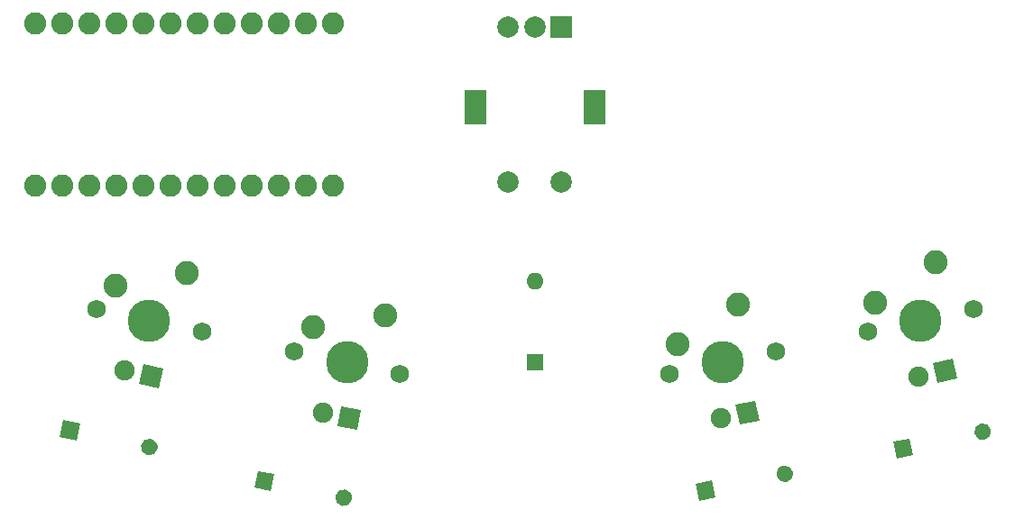
<source format=gbs>
G04 #@! TF.GenerationSoftware,KiCad,Pcbnew,(5.1.9)-1*
G04 #@! TF.CreationDate,2021-01-29T11:50:50-08:00*
G04 #@! TF.ProjectId,foursu-pcb,666f7572-7375-42d7-9063-622e6b696361,rev?*
G04 #@! TF.SameCoordinates,Original*
G04 #@! TF.FileFunction,Soldermask,Bot*
G04 #@! TF.FilePolarity,Negative*
%FSLAX46Y46*%
G04 Gerber Fmt 4.6, Leading zero omitted, Abs format (unit mm)*
G04 Created by KiCad (PCBNEW (5.1.9)-1) date 2021-01-29 11:50:50*
%MOMM*%
%LPD*%
G01*
G04 APERTURE LIST*
%ADD10R,2.000000X2.000000*%
%ADD11C,2.000000*%
%ADD12R,2.000000X3.200000*%
%ADD13C,1.750000*%
%ADD14C,0.100000*%
%ADD15C,1.905000*%
%ADD16C,2.250000*%
%ADD17C,3.987800*%
%ADD18O,1.600000X1.600000*%
%ADD19R,1.600000X1.600000*%
%ADD20C,2.082800*%
G04 APERTURE END LIST*
D10*
G04 #@! TO.C,SW1*
X94130000Y-130300000D03*
D11*
X91630000Y-130300000D03*
X89130000Y-130300000D03*
D12*
X97230000Y-137800000D03*
X86030000Y-137800000D03*
D11*
X94130000Y-144800000D03*
X89130000Y-144800000D03*
G04 #@! TD*
D13*
G04 #@! TO.C,MX4*
X132808990Y-156783809D03*
X122871010Y-158896191D03*
D14*
G36*
X129404789Y-163674663D02*
G01*
X129008718Y-161811292D01*
X130872089Y-161415221D01*
X131268160Y-163278592D01*
X129404789Y-163674663D01*
G37*
D15*
X127653944Y-163073038D03*
D16*
X123585162Y-156147649D03*
D17*
X127840000Y-157840000D03*
D16*
X129268304Y-152342914D03*
G04 #@! TD*
D13*
G04 #@! TO.C,MX3*
X114228990Y-160733809D03*
X104291010Y-162846191D03*
D14*
G36*
X110824789Y-167624663D02*
G01*
X110428718Y-165761292D01*
X112292089Y-165365221D01*
X112688160Y-167228592D01*
X110824789Y-167624663D01*
G37*
D15*
X109073944Y-167023038D03*
D16*
X105005162Y-160097649D03*
D17*
X109260000Y-161790000D03*
D16*
X110688304Y-156292914D03*
G04 #@! TD*
D13*
G04 #@! TO.C,MX2*
X78988990Y-162816191D03*
X69051010Y-160703809D03*
D14*
G36*
X73076335Y-167726688D02*
G01*
X73472406Y-165863317D01*
X75335777Y-166259388D01*
X74939706Y-168122759D01*
X73076335Y-167726688D01*
G37*
D15*
X71721561Y-166464942D03*
D16*
X70821353Y-158483362D03*
D17*
X74020000Y-161760000D03*
D16*
X77560686Y-157319106D03*
G04 #@! TD*
D13*
G04 #@! TO.C,MX1*
X60418990Y-158886191D03*
X50481010Y-156773809D03*
D14*
G36*
X54506335Y-163796688D02*
G01*
X54902406Y-161933317D01*
X56765777Y-162329388D01*
X56369706Y-164192759D01*
X54506335Y-163796688D01*
G37*
D15*
X53151561Y-162534942D03*
D16*
X52251353Y-154553362D03*
D17*
X55450000Y-157830000D03*
D16*
X58990686Y-153389106D03*
G04 #@! TD*
D18*
G04 #@! TO.C,D5*
X91643750Y-154173750D03*
D19*
X91643750Y-161793750D03*
G04 #@! TD*
G04 #@! TO.C,D4*
G36*
G01*
X132877217Y-168444542D02*
X132877217Y-168444542D01*
G75*
G02*
X133493406Y-167495695I782518J166329D01*
G01*
X133493406Y-167495695D01*
G75*
G02*
X134442253Y-168111884I166329J-782518D01*
G01*
X134442253Y-168111884D01*
G75*
G02*
X133826064Y-169060731I-782518J-166329D01*
G01*
X133826064Y-169060731D01*
G75*
G02*
X132877217Y-168444542I-166329J782518D01*
G01*
G37*
D14*
G36*
X125590061Y-170811347D02*
G01*
X125257403Y-169246311D01*
X126822439Y-168913653D01*
X127155097Y-170478689D01*
X125590061Y-170811347D01*
G37*
G04 #@! TD*
G04 #@! TO.C,D3*
G36*
G01*
X114311232Y-172410079D02*
X114311232Y-172410079D01*
G75*
G02*
X114927421Y-171461232I782518J166329D01*
G01*
X114927421Y-171461232D01*
G75*
G02*
X115876268Y-172077421I166329J-782518D01*
G01*
X115876268Y-172077421D01*
G75*
G02*
X115260079Y-173026268I-782518J-166329D01*
G01*
X115260079Y-173026268D01*
G75*
G02*
X114311232Y-172410079I-166329J782518D01*
G01*
G37*
G36*
X107024076Y-174776884D02*
G01*
X106691418Y-173211848D01*
X108256454Y-172879190D01*
X108589112Y-174444226D01*
X107024076Y-174776884D01*
G37*
G04 #@! TD*
G04 #@! TO.C,D2*
G36*
G01*
X72914717Y-174324208D02*
X72914717Y-174324208D01*
G75*
G02*
X73863564Y-173708019I782518J-166329D01*
G01*
X73863564Y-173708019D01*
G75*
G02*
X74479753Y-174656866I-166329J-782518D01*
G01*
X74479753Y-174656866D01*
G75*
G02*
X73530906Y-175273055I-782518J166329D01*
G01*
X73530906Y-175273055D01*
G75*
G02*
X72914717Y-174324208I166329J782518D01*
G01*
G37*
G36*
X65294903Y-173522439D02*
G01*
X65627561Y-171957403D01*
X67192597Y-172290061D01*
X66859939Y-173855097D01*
X65294903Y-173522439D01*
G37*
G04 #@! TD*
G04 #@! TO.C,D1*
G36*
G01*
X54658467Y-169561708D02*
X54658467Y-169561708D01*
G75*
G02*
X55607314Y-168945519I782518J-166329D01*
G01*
X55607314Y-168945519D01*
G75*
G02*
X56223503Y-169894366I-166329J-782518D01*
G01*
X56223503Y-169894366D01*
G75*
G02*
X55274656Y-170510555I-782518J166329D01*
G01*
X55274656Y-170510555D01*
G75*
G02*
X54658467Y-169561708I166329J782518D01*
G01*
G37*
G36*
X47038653Y-168759939D02*
G01*
X47371311Y-167194903D01*
X48936347Y-167527561D01*
X48603689Y-169092597D01*
X47038653Y-168759939D01*
G37*
G04 #@! TD*
D20*
G04 #@! TO.C,B1*
X44770000Y-129880000D03*
X47310000Y-129880000D03*
X49850000Y-129880000D03*
X52390000Y-129880000D03*
X54930000Y-129880000D03*
X57470000Y-129880000D03*
X60010000Y-129880000D03*
X62550000Y-129880000D03*
X65090000Y-129880000D03*
X67630000Y-129880000D03*
X70170000Y-129880000D03*
X72710000Y-129880000D03*
X72710000Y-145120000D03*
X70170000Y-145120000D03*
X67630000Y-145120000D03*
X65090000Y-145120000D03*
X62550000Y-145120000D03*
X60010000Y-145120000D03*
X57470000Y-145120000D03*
X54930000Y-145120000D03*
X52390000Y-145120000D03*
X49850000Y-145120000D03*
X47310000Y-145120000D03*
X44770000Y-145120000D03*
G04 #@! TD*
M02*

</source>
